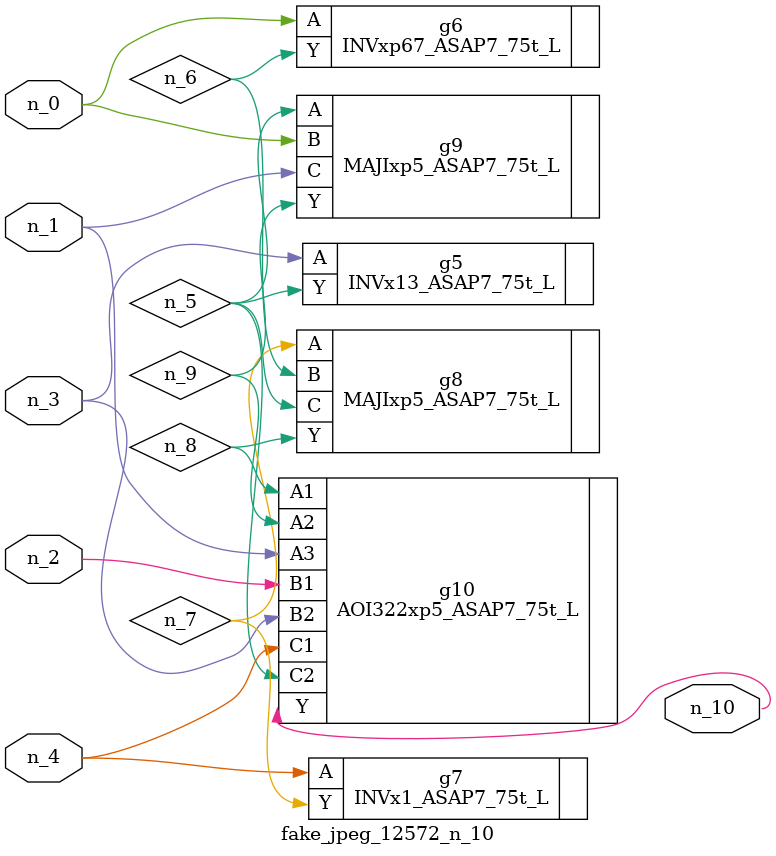
<source format=v>
module fake_jpeg_12572_n_10 (n_3, n_2, n_1, n_0, n_4, n_10);

input n_3;
input n_2;
input n_1;
input n_0;
input n_4;

output n_10;

wire n_8;
wire n_9;
wire n_6;
wire n_5;
wire n_7;

INVx13_ASAP7_75t_L g5 ( 
.A(n_3),
.Y(n_5)
);

INVxp67_ASAP7_75t_L g6 ( 
.A(n_0),
.Y(n_6)
);

INVx1_ASAP7_75t_L g7 ( 
.A(n_4),
.Y(n_7)
);

MAJIxp5_ASAP7_75t_L g8 ( 
.A(n_7),
.B(n_6),
.C(n_5),
.Y(n_8)
);

AOI322xp5_ASAP7_75t_L g10 ( 
.A1(n_8),
.A2(n_9),
.A3(n_1),
.B1(n_2),
.B2(n_3),
.C1(n_4),
.C2(n_5),
.Y(n_10)
);

MAJIxp5_ASAP7_75t_L g9 ( 
.A(n_5),
.B(n_0),
.C(n_1),
.Y(n_9)
);


endmodule
</source>
